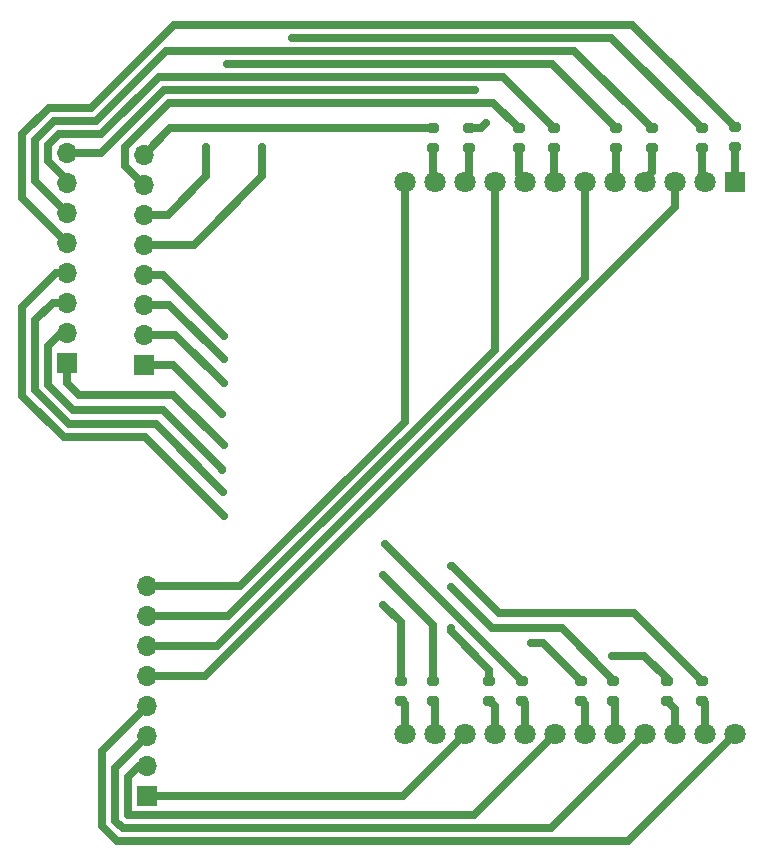
<source format=gbr>
%TF.GenerationSoftware,KiCad,Pcbnew,8.0.6*%
%TF.CreationDate,2024-11-18T08:59:04+03:30*%
%TF.ProjectId,DotMatrix,446f744d-6174-4726-9978-2e6b69636164,rev?*%
%TF.SameCoordinates,Original*%
%TF.FileFunction,Copper,L2,Bot*%
%TF.FilePolarity,Positive*%
%FSLAX46Y46*%
G04 Gerber Fmt 4.6, Leading zero omitted, Abs format (unit mm)*
G04 Created by KiCad (PCBNEW 8.0.6) date 2024-11-18 08:59:04*
%MOMM*%
%LPD*%
G01*
G04 APERTURE LIST*
G04 Aperture macros list*
%AMRoundRect*
0 Rectangle with rounded corners*
0 $1 Rounding radius*
0 $2 $3 $4 $5 $6 $7 $8 $9 X,Y pos of 4 corners*
0 Add a 4 corners polygon primitive as box body*
4,1,4,$2,$3,$4,$5,$6,$7,$8,$9,$2,$3,0*
0 Add four circle primitives for the rounded corners*
1,1,$1+$1,$2,$3*
1,1,$1+$1,$4,$5*
1,1,$1+$1,$6,$7*
1,1,$1+$1,$8,$9*
0 Add four rect primitives between the rounded corners*
20,1,$1+$1,$2,$3,$4,$5,0*
20,1,$1+$1,$4,$5,$6,$7,0*
20,1,$1+$1,$6,$7,$8,$9,0*
20,1,$1+$1,$8,$9,$2,$3,0*%
G04 Aperture macros list end*
%TA.AperFunction,ComponentPad*%
%ADD10R,1.700000X1.700000*%
%TD*%
%TA.AperFunction,ComponentPad*%
%ADD11O,1.700000X1.700000*%
%TD*%
%TA.AperFunction,ComponentPad*%
%ADD12R,1.800000X1.800000*%
%TD*%
%TA.AperFunction,ComponentPad*%
%ADD13C,1.800000*%
%TD*%
%TA.AperFunction,SMDPad,CuDef*%
%ADD14RoundRect,0.200000X0.275000X-0.200000X0.275000X0.200000X-0.275000X0.200000X-0.275000X-0.200000X0*%
%TD*%
%TA.AperFunction,ViaPad*%
%ADD15C,0.700000*%
%TD*%
%TA.AperFunction,Conductor*%
%ADD16C,0.700000*%
%TD*%
G04 APERTURE END LIST*
D10*
%TO.P,J1,1,Pin_1*%
%TO.N,Net-(J1-Pin_1)*%
X105250000Y-127740000D03*
D11*
%TO.P,J1,2,Pin_2*%
%TO.N,Net-(J1-Pin_2)*%
X105250000Y-125200000D03*
%TO.P,J1,3,Pin_3*%
%TO.N,Net-(J1-Pin_3)*%
X105250000Y-122660000D03*
%TO.P,J1,4,Pin_4*%
%TO.N,Net-(J1-Pin_4)*%
X105250000Y-120120000D03*
%TO.P,J1,5,Pin_5*%
%TO.N,Net-(J1-Pin_5)*%
X105250000Y-117580000D03*
%TO.P,J1,6,Pin_6*%
%TO.N,Net-(J1-Pin_6)*%
X105250000Y-115040000D03*
%TO.P,J1,7,Pin_7*%
%TO.N,Net-(J1-Pin_7)*%
X105250000Y-112500000D03*
%TO.P,J1,8,Pin_8*%
%TO.N,Net-(J1-Pin_8)*%
X105250000Y-109960000D03*
%TD*%
D10*
%TO.P,J3,1,Pin_1*%
%TO.N,Net-(J3-Pin_1)*%
X98500000Y-91040000D03*
D11*
%TO.P,J3,2,Pin_2*%
%TO.N,Net-(J3-Pin_2)*%
X98500000Y-88500000D03*
%TO.P,J3,3,Pin_3*%
%TO.N,Net-(J3-Pin_3)*%
X98500000Y-85960000D03*
%TO.P,J3,4,Pin_4*%
%TO.N,Net-(J3-Pin_4)*%
X98500000Y-83420000D03*
%TO.P,J3,5,Pin_5*%
%TO.N,Net-(J3-Pin_5)*%
X98500000Y-80880000D03*
%TO.P,J3,6,Pin_6*%
%TO.N,Net-(J3-Pin_6)*%
X98500000Y-78340000D03*
%TO.P,J3,7,Pin_7*%
%TO.N,Net-(J3-Pin_7)*%
X98500000Y-75800000D03*
%TO.P,J3,8,Pin_8*%
%TO.N,Net-(J3-Pin_8)*%
X98500000Y-73260000D03*
%TD*%
D10*
%TO.P,J2,1,Pin_1*%
%TO.N,Net-(J2-Pin_1)*%
X105000000Y-91200000D03*
D11*
%TO.P,J2,2,Pin_2*%
%TO.N,Net-(J2-Pin_2)*%
X105000000Y-88660000D03*
%TO.P,J2,3,Pin_3*%
%TO.N,Net-(J2-Pin_3)*%
X105000000Y-86120000D03*
%TO.P,J2,4,Pin_4*%
%TO.N,Net-(J2-Pin_4)*%
X105000000Y-83580000D03*
%TO.P,J2,5,Pin_5*%
%TO.N,Net-(J2-Pin_5)*%
X105000000Y-81040000D03*
%TO.P,J2,6,Pin_6*%
%TO.N,Net-(J2-Pin_6)*%
X105000000Y-78500000D03*
%TO.P,J2,7,Pin_7*%
%TO.N,Net-(J2-Pin_7)*%
X105000000Y-75960000D03*
%TO.P,J2,8,Pin_8*%
%TO.N,Net-(J2-Pin_8)*%
X105000000Y-73420000D03*
%TD*%
D12*
%TO.P,U1,1*%
%TO.N,Net-(R13-Pad1)*%
X155000000Y-75700000D03*
D13*
%TO.P,U1,2*%
%TO.N,Net-(R5-Pad1)*%
X152460000Y-75700000D03*
%TO.P,U1,3*%
%TO.N,Net-(J1-Pin_5)*%
X149920000Y-75700000D03*
%TO.P,U1,4*%
%TO.N,Net-(R14-Pad1)*%
X147380000Y-75700000D03*
%TO.P,U1,5*%
%TO.N,Net-(R6-Pad1)*%
X144840000Y-75700000D03*
%TO.P,U1,6*%
%TO.N,Net-(J1-Pin_6)*%
X142300000Y-75700000D03*
%TO.P,U1,7*%
%TO.N,Net-(R15-Pad1)*%
X139760000Y-75700000D03*
%TO.P,U1,8*%
%TO.N,Net-(R7-Pad1)*%
X137220000Y-75700000D03*
%TO.P,U1,9*%
%TO.N,Net-(J1-Pin_7)*%
X134680000Y-75700000D03*
%TO.P,U1,10*%
%TO.N,Net-(R16-Pad1)*%
X132140000Y-75700000D03*
%TO.P,U1,11*%
%TO.N,Net-(R8-Pad1)*%
X129600000Y-75700000D03*
%TO.P,U1,12*%
%TO.N,Net-(J1-Pin_8)*%
X127060000Y-75700000D03*
%TO.P,U1,13*%
%TO.N,Net-(J1-Pin_4)*%
X155000000Y-122500000D03*
%TO.P,U1,14*%
%TO.N,Net-(R4-Pad1)*%
X152460000Y-122500000D03*
%TO.P,U1,15*%
%TO.N,Net-(R12-Pad1)*%
X149920000Y-122500000D03*
%TO.P,U1,16*%
%TO.N,Net-(J1-Pin_3)*%
X147380000Y-122500000D03*
%TO.P,U1,17*%
%TO.N,Net-(R3-Pad1)*%
X144840000Y-122500000D03*
%TO.P,U1,18*%
%TO.N,Net-(R11-Pad1)*%
X142300000Y-122500000D03*
%TO.P,U1,19*%
%TO.N,Net-(J1-Pin_2)*%
X139760000Y-122500000D03*
%TO.P,U1,20*%
%TO.N,Net-(R2-Pad1)*%
X137220000Y-122500000D03*
%TO.P,U1,21*%
%TO.N,Net-(R10-Pad1)*%
X134680000Y-122500000D03*
%TO.P,U1,22*%
%TO.N,Net-(J1-Pin_1)*%
X132140000Y-122500000D03*
%TO.P,U1,23*%
%TO.N,Net-(R1-Pad1)*%
X129600000Y-122500000D03*
%TO.P,U1,24*%
%TO.N,Net-(R9-Pad1)*%
X127060000Y-122500000D03*
%TD*%
D14*
%TO.P,R4,1*%
%TO.N,Net-(R4-Pad1)*%
X152250000Y-119650000D03*
%TO.P,R4,2*%
%TO.N,Net-(J2-Pin_4)*%
X152250000Y-118000000D03*
%TD*%
%TO.P,R14,1*%
%TO.N,Net-(R14-Pad1)*%
X148000000Y-72825000D03*
%TO.P,R14,2*%
%TO.N,Net-(J3-Pin_6)*%
X148000000Y-71175000D03*
%TD*%
%TO.P,R8,1*%
%TO.N,Net-(R8-Pad1)*%
X129500000Y-72825000D03*
%TO.P,R8,2*%
%TO.N,Net-(J2-Pin_8)*%
X129500000Y-71175000D03*
%TD*%
%TO.P,R2,1*%
%TO.N,Net-(R2-Pad1)*%
X137000000Y-119650000D03*
%TO.P,R2,2*%
%TO.N,Net-(J2-Pin_2)*%
X137000000Y-118000000D03*
%TD*%
%TO.P,R1,1*%
%TO.N,Net-(R1-Pad1)*%
X129500000Y-119650000D03*
%TO.P,R1,2*%
%TO.N,Net-(J2-Pin_1)*%
X129500000Y-118000000D03*
%TD*%
%TO.P,R7,1*%
%TO.N,Net-(R7-Pad1)*%
X136750000Y-72825000D03*
%TO.P,R7,2*%
%TO.N,Net-(J2-Pin_7)*%
X136750000Y-71175000D03*
%TD*%
%TO.P,R3,1*%
%TO.N,Net-(R3-Pad1)*%
X144750000Y-119650000D03*
%TO.P,R3,2*%
%TO.N,Net-(J2-Pin_3)*%
X144750000Y-118000000D03*
%TD*%
%TO.P,R6,1*%
%TO.N,Net-(R6-Pad1)*%
X145000000Y-72825000D03*
%TO.P,R6,2*%
%TO.N,Net-(J2-Pin_6)*%
X145000000Y-71175000D03*
%TD*%
%TO.P,R16,1*%
%TO.N,Net-(R16-Pad1)*%
X132500000Y-72825000D03*
%TO.P,R16,2*%
%TO.N,Net-(J3-Pin_8)*%
X132500000Y-71175000D03*
%TD*%
%TO.P,R5,1*%
%TO.N,Net-(R5-Pad1)*%
X152250000Y-72825000D03*
%TO.P,R5,2*%
%TO.N,Net-(J2-Pin_5)*%
X152250000Y-71175000D03*
%TD*%
%TO.P,R15,1*%
%TO.N,Net-(R15-Pad1)*%
X139750000Y-72825000D03*
%TO.P,R15,2*%
%TO.N,Net-(J3-Pin_7)*%
X139750000Y-71175000D03*
%TD*%
%TO.P,R11,1*%
%TO.N,Net-(R11-Pad1)*%
X142000000Y-119650000D03*
%TO.P,R11,2*%
%TO.N,Net-(J3-Pin_3)*%
X142000000Y-118000000D03*
%TD*%
%TO.P,R12,1*%
%TO.N,Net-(R12-Pad1)*%
X149250000Y-119650000D03*
%TO.P,R12,2*%
%TO.N,Net-(J3-Pin_4)*%
X149250000Y-118000000D03*
%TD*%
%TO.P,R13,1*%
%TO.N,Net-(R13-Pad1)*%
X155000000Y-72750000D03*
%TO.P,R13,2*%
%TO.N,Net-(J3-Pin_5)*%
X155000000Y-71100000D03*
%TD*%
%TO.P,R9,1*%
%TO.N,Net-(R9-Pad1)*%
X126750000Y-119650000D03*
%TO.P,R9,2*%
%TO.N,Net-(J3-Pin_1)*%
X126750000Y-118000000D03*
%TD*%
%TO.P,R10,1*%
%TO.N,Net-(R10-Pad1)*%
X134250000Y-119650000D03*
%TO.P,R10,2*%
%TO.N,Net-(J3-Pin_2)*%
X134250000Y-118000000D03*
%TD*%
D15*
%TO.N,Net-(J2-Pin_2)*%
X125375000Y-106375000D03*
X111750000Y-92750000D03*
%TO.N,Net-(J2-Pin_5)*%
X115000000Y-72750000D03*
X117500000Y-63500000D03*
%TO.N,Net-(J2-Pin_1)*%
X125250000Y-109000000D03*
X111625000Y-95375000D03*
%TO.N,Net-(J2-Pin_3)*%
X131000000Y-110000000D03*
X111750000Y-90750000D03*
%TO.N,Net-(J2-Pin_4)*%
X131000000Y-108250000D03*
X111750000Y-88750000D03*
%TO.N,Net-(J2-Pin_6)*%
X110250000Y-72750000D03*
X112000000Y-65700000D03*
%TO.N,Net-(J3-Pin_2)*%
X111625000Y-100125000D03*
X130972182Y-113527818D03*
%TO.N,Net-(J3-Pin_3)*%
X137750000Y-114750000D03*
X111702182Y-101952182D03*
%TO.N,Net-(J3-Pin_1)*%
X125250000Y-111500000D03*
X111750000Y-98000000D03*
%TO.N,Net-(J3-Pin_4)*%
X144625000Y-115875000D03*
X111750000Y-104000000D03*
%TO.N,Net-(J3-Pin_8)*%
X134000000Y-70750000D03*
X133000000Y-67900000D03*
%TD*%
D16*
%TO.N,Net-(J1-Pin_3)*%
X139440000Y-130440000D02*
X103194365Y-130440000D01*
X102550000Y-129795635D02*
X102550000Y-125360000D01*
X102550000Y-125360000D02*
X105250000Y-122660000D01*
X103194365Y-130440000D02*
X102550000Y-129795635D01*
X147380000Y-122500000D02*
X139440000Y-130440000D01*
%TO.N,Net-(J1-Pin_2)*%
X139760000Y-122500000D02*
X132920000Y-129340000D01*
X132920000Y-129340000D02*
X103650000Y-129340000D01*
X104590000Y-125200000D02*
X105250000Y-125200000D01*
X103650000Y-129340000D02*
X103650000Y-126140000D01*
X103650000Y-126140000D02*
X104590000Y-125200000D01*
%TO.N,Net-(J1-Pin_4)*%
X102738730Y-131540000D02*
X101450000Y-130251270D01*
X101450000Y-123920000D02*
X105250000Y-120120000D01*
X101450000Y-130251270D02*
X101450000Y-123920000D01*
X155000000Y-122500000D02*
X145960000Y-131540000D01*
X145960000Y-131540000D02*
X102738730Y-131540000D01*
%TO.N,Net-(J1-Pin_7)*%
X112138732Y-112500000D02*
X134680000Y-89958732D01*
X134680000Y-89958732D02*
X134680000Y-75500000D01*
X105250000Y-112500000D02*
X112138732Y-112500000D01*
%TO.N,Net-(J1-Pin_6)*%
X142300000Y-83894366D02*
X142300000Y-75500000D01*
X111154366Y-115040000D02*
X142300000Y-83894366D01*
X105250000Y-115040000D02*
X111154366Y-115040000D01*
%TO.N,Net-(J1-Pin_8)*%
X113123098Y-109960000D02*
X127060000Y-96023098D01*
X105250000Y-109960000D02*
X113123098Y-109960000D01*
X127060000Y-96023098D02*
X127060000Y-75500000D01*
%TO.N,Net-(J1-Pin_5)*%
X110170000Y-117580000D02*
X149920000Y-77830000D01*
X149920000Y-77830000D02*
X149920000Y-75500000D01*
X105250000Y-117580000D02*
X110170000Y-117580000D01*
%TO.N,Net-(J1-Pin_1)*%
X126900000Y-127740000D02*
X105250000Y-127740000D01*
X132140000Y-122500000D02*
X126900000Y-127740000D01*
%TO.N,Net-(J2-Pin_2)*%
X137000000Y-118000000D02*
X125375000Y-106375000D01*
X111750000Y-92750000D02*
X107660000Y-88660000D01*
X107660000Y-88660000D02*
X105000000Y-88660000D01*
%TO.N,Net-(J2-Pin_5)*%
X109210000Y-81040000D02*
X105000000Y-81040000D01*
X115000000Y-72750000D02*
X115000000Y-75250000D01*
X117500000Y-63500000D02*
X144575000Y-63500000D01*
X115000000Y-75250000D02*
X109210000Y-81040000D01*
X144575000Y-63500000D02*
X152250000Y-71175000D01*
%TO.N,Net-(J2-Pin_8)*%
X107245000Y-71175000D02*
X105000000Y-73420000D01*
X129500000Y-71175000D02*
X107245000Y-71175000D01*
%TO.N,Net-(J2-Pin_7)*%
X134575000Y-69000000D02*
X107157258Y-69000000D01*
X103400000Y-72757258D02*
X103400000Y-74360000D01*
X107157258Y-69000000D02*
X103400000Y-72757258D01*
X136750000Y-71175000D02*
X134575000Y-69000000D01*
X103400000Y-74360000D02*
X105000000Y-75960000D01*
%TO.N,Net-(J2-Pin_1)*%
X129500000Y-113250000D02*
X129500000Y-118000000D01*
X111625000Y-95375000D02*
X107450000Y-91200000D01*
X107450000Y-91200000D02*
X105000000Y-91200000D01*
X125250000Y-109000000D02*
X129500000Y-113250000D01*
%TO.N,Net-(J2-Pin_3)*%
X111750000Y-90750000D02*
X107120000Y-86120000D01*
X107120000Y-86120000D02*
X105000000Y-86120000D01*
X131000000Y-110000000D02*
X134500000Y-113500000D01*
X134500000Y-113500000D02*
X140375000Y-113500000D01*
X140375000Y-113500000D02*
X144750000Y-117875000D01*
X144750000Y-117875000D02*
X144750000Y-118000000D01*
%TO.N,Net-(J2-Pin_4)*%
X131000000Y-108250000D02*
X131100000Y-108250000D01*
X146500000Y-112250000D02*
X152250000Y-118000000D01*
X111750000Y-88750000D02*
X106580000Y-83580000D01*
X135100000Y-112250000D02*
X146500000Y-112250000D01*
X106580000Y-83580000D02*
X105000000Y-83580000D01*
X131100000Y-108250000D02*
X135100000Y-112250000D01*
%TO.N,Net-(J2-Pin_6)*%
X110250000Y-75250000D02*
X107000000Y-78500000D01*
X139525000Y-65700000D02*
X145000000Y-71175000D01*
X112000000Y-65700000D02*
X139525000Y-65700000D01*
X107000000Y-78500000D02*
X105000000Y-78500000D01*
X110250000Y-72750000D02*
X110250000Y-75250000D01*
%TO.N,Net-(J3-Pin_7)*%
X101385989Y-71660000D02*
X97837258Y-71660000D01*
X97837258Y-71660000D02*
X96900000Y-72597258D01*
X139750000Y-71175000D02*
X135375000Y-66800000D01*
X96900000Y-73922742D02*
X98500000Y-75522742D01*
X96900000Y-72597258D02*
X96900000Y-73922742D01*
X135375000Y-66800000D02*
X106245989Y-66800000D01*
X106245989Y-66800000D02*
X101385989Y-71660000D01*
X98500000Y-75522742D02*
X98500000Y-75800000D01*
%TO.N,Net-(J3-Pin_2)*%
X111625000Y-100000000D02*
X106625000Y-95000000D01*
X130972182Y-113527818D02*
X130972182Y-113722182D01*
X130972182Y-113722182D02*
X134250000Y-117000000D01*
X111625000Y-100125000D02*
X111625000Y-100000000D01*
X99000000Y-95000000D02*
X96900000Y-92900000D01*
X96900000Y-92900000D02*
X96900000Y-89600000D01*
X98000000Y-88500000D02*
X98500000Y-88500000D01*
X134250000Y-117000000D02*
X134250000Y-118000000D01*
X96900000Y-89600000D02*
X98000000Y-88500000D01*
X106625000Y-95000000D02*
X99000000Y-95000000D01*
%TO.N,Net-(J3-Pin_3)*%
X97290000Y-85960000D02*
X98500000Y-85960000D01*
X137750000Y-114750000D02*
X138750000Y-114750000D01*
X95800000Y-87450000D02*
X97290000Y-85960000D01*
X106000000Y-96250000D02*
X98694366Y-96250000D01*
X111702182Y-101952182D02*
X106000000Y-96250000D01*
X138750000Y-114750000D02*
X142000000Y-118000000D01*
X98694366Y-96250000D02*
X95800000Y-93355634D01*
X95800000Y-93355634D02*
X95800000Y-87450000D01*
%TO.N,Net-(J3-Pin_6)*%
X106890355Y-64600000D02*
X100930355Y-70560000D01*
X148000000Y-71175000D02*
X141425000Y-64600000D01*
X95800000Y-75640000D02*
X98500000Y-78340000D01*
X141425000Y-64600000D02*
X106890355Y-64600000D01*
X97381623Y-70560000D02*
X95800000Y-72141623D01*
X100930355Y-70560000D02*
X97381623Y-70560000D01*
X95800000Y-72141623D02*
X95800000Y-75640000D01*
%TO.N,Net-(J3-Pin_5)*%
X96925988Y-69460000D02*
X94700000Y-71685988D01*
X146300000Y-62400000D02*
X107534721Y-62400000D01*
X100474721Y-69460000D02*
X96925988Y-69460000D01*
X94700000Y-71685988D02*
X94700000Y-77080000D01*
X107534721Y-62400000D02*
X100474721Y-69460000D01*
X94700000Y-77080000D02*
X98500000Y-80880000D01*
X155000000Y-71100000D02*
X146300000Y-62400000D01*
%TO.N,Net-(J3-Pin_1)*%
X111750000Y-98000000D02*
X107500000Y-93750000D01*
X126750000Y-113000000D02*
X126750000Y-118000000D01*
X99500000Y-93750000D02*
X98500000Y-92750000D01*
X107500000Y-93750000D02*
X99500000Y-93750000D01*
X98500000Y-92750000D02*
X98500000Y-91040000D01*
X125250000Y-111500000D02*
X126750000Y-113000000D01*
%TO.N,Net-(J3-Pin_4)*%
X111750000Y-104000000D02*
X105100000Y-97350000D01*
X94700000Y-93811269D02*
X94700000Y-86300000D01*
X105100000Y-97350000D02*
X98238731Y-97350000D01*
X98238731Y-97350000D02*
X94700000Y-93811269D01*
X144625000Y-115875000D02*
X147375000Y-115875000D01*
X147375000Y-115875000D02*
X149250000Y-117750000D01*
X97580000Y-83420000D02*
X98500000Y-83420000D01*
X149250000Y-117750000D02*
X149250000Y-118000000D01*
X94700000Y-86300000D02*
X97580000Y-83420000D01*
%TO.N,Net-(J3-Pin_8)*%
X106701624Y-67900000D02*
X101341624Y-73260000D01*
X101341624Y-73260000D02*
X98500000Y-73260000D01*
X133000000Y-67900000D02*
X106701624Y-67900000D01*
X133575000Y-71175000D02*
X134000000Y-70750000D01*
X132500000Y-71175000D02*
X133575000Y-71175000D01*
%TO.N,Net-(R14-Pad1)*%
X148000000Y-74880000D02*
X147380000Y-75500000D01*
X148000000Y-72825000D02*
X148000000Y-74880000D01*
%TO.N,Net-(R10-Pad1)*%
X134680000Y-120080000D02*
X134250000Y-119650000D01*
X134680000Y-122500000D02*
X134680000Y-120080000D01*
%TO.N,Net-(R15-Pad1)*%
X139750000Y-75490000D02*
X139760000Y-75500000D01*
X139750000Y-72825000D02*
X139750000Y-75490000D01*
%TO.N,Net-(R5-Pad1)*%
X152250000Y-75290000D02*
X152460000Y-75500000D01*
X152250000Y-72825000D02*
X152250000Y-75290000D01*
%TO.N,Net-(R7-Pad1)*%
X136750000Y-72825000D02*
X136750000Y-75030000D01*
X136750000Y-75030000D02*
X137220000Y-75500000D01*
%TO.N,Net-(R2-Pad1)*%
X137220000Y-119870000D02*
X137000000Y-119650000D01*
X137220000Y-122500000D02*
X137220000Y-119870000D01*
%TO.N,Net-(R6-Pad1)*%
X145000000Y-75340000D02*
X144840000Y-75500000D01*
X145000000Y-72825000D02*
X145000000Y-75340000D01*
%TO.N,Net-(R12-Pad1)*%
X149920000Y-122500000D02*
X149920000Y-120320000D01*
X149920000Y-120320000D02*
X149250000Y-119650000D01*
%TO.N,Net-(R3-Pad1)*%
X144840000Y-119740000D02*
X144750000Y-119650000D01*
X144840000Y-122500000D02*
X144840000Y-119740000D01*
%TO.N,Net-(R4-Pad1)*%
X152460000Y-119860000D02*
X152250000Y-119650000D01*
X152460000Y-122500000D02*
X152460000Y-119860000D01*
%TO.N,Net-(R13-Pad1)*%
X155000000Y-72750000D02*
X155000000Y-75500000D01*
%TO.N,Net-(R11-Pad1)*%
X142300000Y-119950000D02*
X142000000Y-119650000D01*
X142300000Y-122500000D02*
X142300000Y-119950000D01*
%TO.N,Net-(R8-Pad1)*%
X129500000Y-72825000D02*
X129500000Y-75400000D01*
X129500000Y-75400000D02*
X129600000Y-75500000D01*
%TO.N,Net-(R16-Pad1)*%
X132500000Y-75140000D02*
X132140000Y-75500000D01*
X132500000Y-72825000D02*
X132500000Y-75140000D01*
%TO.N,Net-(R9-Pad1)*%
X127060000Y-119960000D02*
X126750000Y-119650000D01*
X127060000Y-122500000D02*
X127060000Y-119960000D01*
%TO.N,Net-(R1-Pad1)*%
X129600000Y-122500000D02*
X129600000Y-119750000D01*
X129600000Y-119750000D02*
X129500000Y-119650000D01*
%TD*%
M02*

</source>
